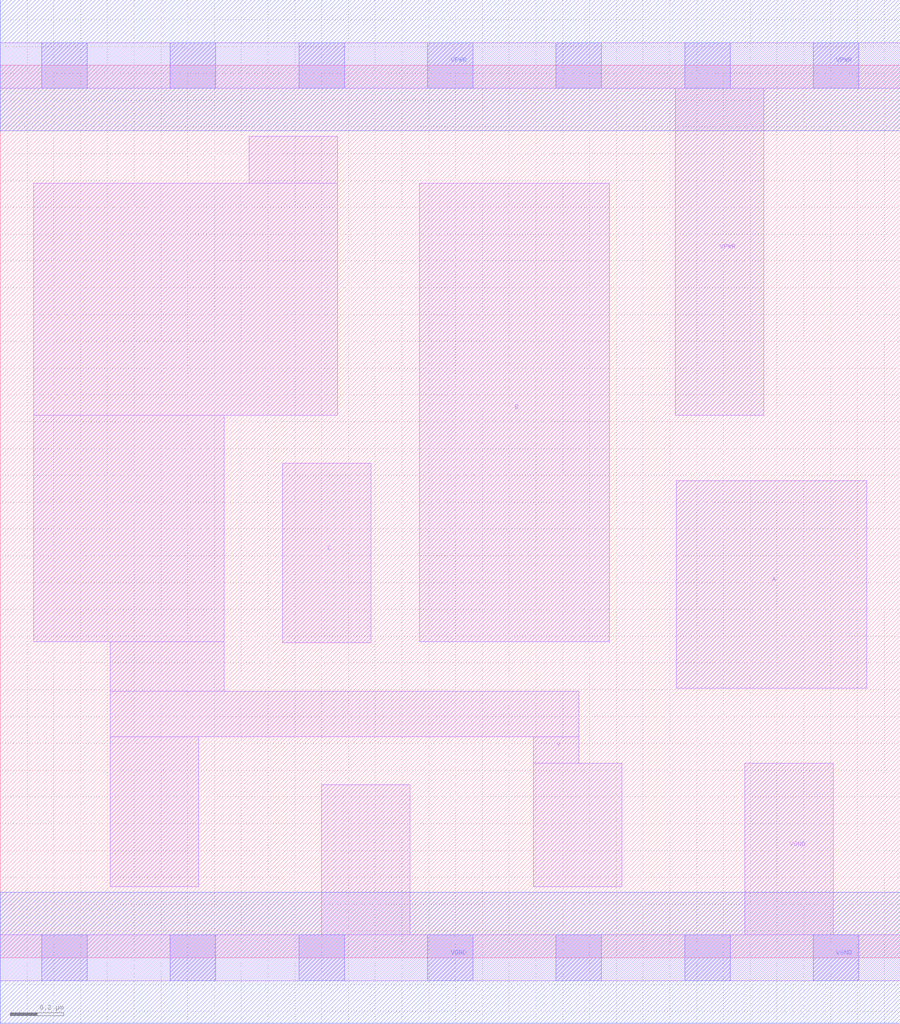
<source format=lef>
# Copyright 2020 The SkyWater PDK Authors
#
# Licensed under the Apache License, Version 2.0 (the "License");
# you may not use this file except in compliance with the License.
# You may obtain a copy of the License at
#
#     https://www.apache.org/licenses/LICENSE-2.0
#
# Unless required by applicable law or agreed to in writing, software
# distributed under the License is distributed on an "AS IS" BASIS,
# WITHOUT WARRANTIES OR CONDITIONS OF ANY KIND, either express or implied.
# See the License for the specific language governing permissions and
# limitations under the License.
#
# SPDX-License-Identifier: Apache-2.0

VERSION 5.7 ;
  NAMESCASESENSITIVE ON ;
  NOWIREEXTENSIONATPIN ON ;
  DIVIDERCHAR "/" ;
  BUSBITCHARS "[]" ;
UNITS
  DATABASE MICRONS 200 ;
END UNITS
MACRO sky130_fd_sc_lp__nor3_lp
  CLASS CORE ;
  SOURCE USER ;
  FOREIGN sky130_fd_sc_lp__nor3_lp ;
  ORIGIN  0.000000  0.000000 ;
  SIZE  3.360000 BY  3.330000 ;
  SYMMETRY X Y R90 ;
  SITE unit ;
  PIN A
    ANTENNAGATEAREA  0.376000 ;
    DIRECTION INPUT ;
    USE SIGNAL ;
    PORT
      LAYER li1 ;
        RECT 2.525000 1.005000 3.235000 1.780000 ;
    END
  END A
  PIN B
    ANTENNAGATEAREA  0.376000 ;
    DIRECTION INPUT ;
    USE SIGNAL ;
    PORT
      LAYER li1 ;
        RECT 1.565000 1.180000 2.275000 2.890000 ;
    END
  END B
  PIN C
    ANTENNAGATEAREA  0.376000 ;
    DIRECTION INPUT ;
    USE SIGNAL ;
    PORT
      LAYER li1 ;
        RECT 1.055000 1.175000 1.385000 1.845000 ;
    END
  END C
  PIN Y
    ANTENNADIFFAREA  0.522300 ;
    DIRECTION OUTPUT ;
    USE SIGNAL ;
    PORT
      LAYER li1 ;
        RECT 0.125000 1.180000 0.835000 2.025000 ;
        RECT 0.125000 2.025000 1.260000 2.890000 ;
        RECT 0.410000 0.265000 0.740000 0.825000 ;
        RECT 0.410000 0.825000 2.160000 0.995000 ;
        RECT 0.410000 0.995000 0.835000 1.180000 ;
        RECT 0.930000 2.890000 1.260000 3.065000 ;
        RECT 1.990000 0.265000 2.320000 0.725000 ;
        RECT 1.990000 0.725000 2.160000 0.825000 ;
    END
  END Y
  PIN VGND
    DIRECTION INOUT ;
    USE GROUND ;
    PORT
      LAYER li1 ;
        RECT 0.000000 -0.085000 3.360000 0.085000 ;
        RECT 1.200000  0.085000 1.530000 0.645000 ;
        RECT 2.780000  0.085000 3.110000 0.725000 ;
      LAYER mcon ;
        RECT 0.155000 -0.085000 0.325000 0.085000 ;
        RECT 0.635000 -0.085000 0.805000 0.085000 ;
        RECT 1.115000 -0.085000 1.285000 0.085000 ;
        RECT 1.595000 -0.085000 1.765000 0.085000 ;
        RECT 2.075000 -0.085000 2.245000 0.085000 ;
        RECT 2.555000 -0.085000 2.725000 0.085000 ;
        RECT 3.035000 -0.085000 3.205000 0.085000 ;
      LAYER met1 ;
        RECT 0.000000 -0.245000 3.360000 0.245000 ;
    END
  END VGND
  PIN VPWR
    DIRECTION INOUT ;
    USE POWER ;
    PORT
      LAYER li1 ;
        RECT 0.000000 3.245000 3.360000 3.415000 ;
        RECT 2.520000 2.025000 2.850000 3.245000 ;
      LAYER mcon ;
        RECT 0.155000 3.245000 0.325000 3.415000 ;
        RECT 0.635000 3.245000 0.805000 3.415000 ;
        RECT 1.115000 3.245000 1.285000 3.415000 ;
        RECT 1.595000 3.245000 1.765000 3.415000 ;
        RECT 2.075000 3.245000 2.245000 3.415000 ;
        RECT 2.555000 3.245000 2.725000 3.415000 ;
        RECT 3.035000 3.245000 3.205000 3.415000 ;
      LAYER met1 ;
        RECT 0.000000 3.085000 3.360000 3.575000 ;
    END
  END VPWR
END sky130_fd_sc_lp__nor3_lp

</source>
